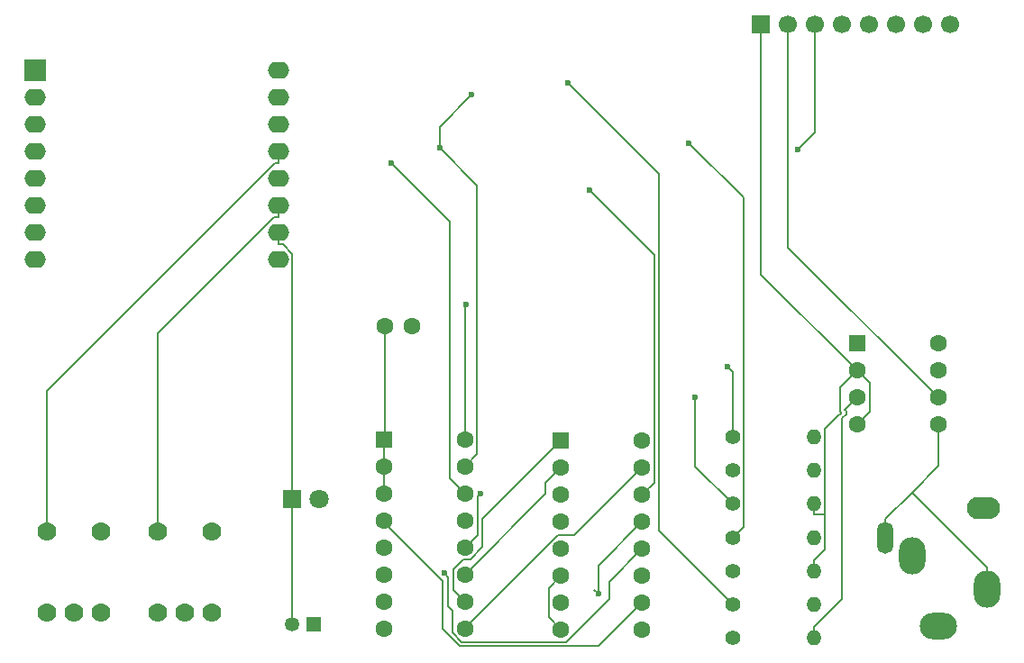
<source format=gbr>
%TF.GenerationSoftware,KiCad,Pcbnew,9.0.1*%
%TF.CreationDate,2026-01-18T13:51:58+01:00*%
%TF.ProjectId,SN76489 synth midi,534e3736-3438-4392-9073-796e7468206d,rev?*%
%TF.SameCoordinates,Original*%
%TF.FileFunction,Copper,L2,Bot*%
%TF.FilePolarity,Positive*%
%FSLAX46Y46*%
G04 Gerber Fmt 4.6, Leading zero omitted, Abs format (unit mm)*
G04 Created by KiCad (PCBNEW 9.0.1) date 2026-01-18 13:51:58*
%MOMM*%
%LPD*%
G01*
G04 APERTURE LIST*
G04 Aperture macros list*
%AMRoundRect*
0 Rectangle with rounded corners*
0 $1 Rounding radius*
0 $2 $3 $4 $5 $6 $7 $8 $9 X,Y pos of 4 corners*
0 Add a 4 corners polygon primitive as box body*
4,1,4,$2,$3,$4,$5,$6,$7,$8,$9,$2,$3,0*
0 Add four circle primitives for the rounded corners*
1,1,$1+$1,$2,$3*
1,1,$1+$1,$4,$5*
1,1,$1+$1,$6,$7*
1,1,$1+$1,$8,$9*
0 Add four rect primitives between the rounded corners*
20,1,$1+$1,$2,$3,$4,$5,0*
20,1,$1+$1,$4,$5,$6,$7,0*
20,1,$1+$1,$6,$7,$8,$9,0*
20,1,$1+$1,$8,$9,$2,$3,0*%
G04 Aperture macros list end*
%TA.AperFunction,ComponentPad*%
%ADD10R,1.800000X1.800000*%
%TD*%
%TA.AperFunction,ComponentPad*%
%ADD11C,1.800000*%
%TD*%
%TA.AperFunction,ComponentPad*%
%ADD12C,1.400000*%
%TD*%
%TA.AperFunction,ComponentPad*%
%ADD13O,1.400000X1.400000*%
%TD*%
%TA.AperFunction,ComponentPad*%
%ADD14RoundRect,0.250000X-0.550000X-0.550000X0.550000X-0.550000X0.550000X0.550000X-0.550000X0.550000X0*%
%TD*%
%TA.AperFunction,ComponentPad*%
%ADD15C,1.600000*%
%TD*%
%TA.AperFunction,ComponentPad*%
%ADD16C,1.778000*%
%TD*%
%TA.AperFunction,ComponentPad*%
%ADD17O,1.500000X3.000000*%
%TD*%
%TA.AperFunction,ComponentPad*%
%ADD18O,2.500000X3.500000*%
%TD*%
%TA.AperFunction,ComponentPad*%
%ADD19O,3.500000X2.500000*%
%TD*%
%TA.AperFunction,ComponentPad*%
%ADD20O,3.100000X2.100000*%
%TD*%
%TA.AperFunction,ComponentPad*%
%ADD21R,1.700000X1.700000*%
%TD*%
%TA.AperFunction,ComponentPad*%
%ADD22C,1.700000*%
%TD*%
%TA.AperFunction,ComponentPad*%
%ADD23R,1.350000X1.350000*%
%TD*%
%TA.AperFunction,ComponentPad*%
%ADD24C,1.350000*%
%TD*%
%TA.AperFunction,ComponentPad*%
%ADD25R,2.000000X2.000000*%
%TD*%
%TA.AperFunction,ComponentPad*%
%ADD26O,2.000000X1.600000*%
%TD*%
%TA.AperFunction,ViaPad*%
%ADD27C,0.600000*%
%TD*%
%TA.AperFunction,Conductor*%
%ADD28C,0.200000*%
%TD*%
G04 APERTURE END LIST*
D10*
%TO.P,D1,1,K*%
%TO.N,GND*%
X113538000Y-87376000D03*
D11*
%TO.P,D1,2,A*%
%TO.N,Net-(D1-A)*%
X116078000Y-87376000D03*
%TD*%
D12*
%TO.P,R2,1*%
%TO.N,GND*%
X154940000Y-84707000D03*
D13*
%TO.P,R2,2*%
%TO.N,/LM_AUDIO*%
X162560000Y-84707000D03*
%TD*%
D14*
%TO.P,U2,1,A0*%
%TO.N,GND*%
X122174000Y-81788000D03*
D15*
%TO.P,U2,2,A1*%
X122174000Y-84328000D03*
%TO.P,U2,3,A2*%
X122174000Y-86868000D03*
%TO.P,U2,4,P0*%
%TO.N,/P0*%
X122174000Y-89408000D03*
%TO.P,U2,5,P1*%
%TO.N,/P1*%
X122174000Y-91948000D03*
%TO.P,U2,6,P2*%
%TO.N,/P2*%
X122174000Y-94488000D03*
%TO.P,U2,7,P3*%
%TO.N,/P3*%
X122174000Y-97028000D03*
%TO.P,U2,8,GND*%
%TO.N,GND*%
X122174000Y-99568000D03*
%TO.P,U2,9,P4*%
%TO.N,/P4*%
X129794000Y-99568000D03*
%TO.P,U2,10,P5*%
%TO.N,/P5*%
X129794000Y-97028000D03*
%TO.P,U2,11,P6*%
%TO.N,/P6*%
X129794000Y-94488000D03*
%TO.P,U2,12,P7*%
%TO.N,/P7*%
X129794000Y-91948000D03*
%TO.P,U2,13,~{INT}*%
%TO.N,unconnected-(U2-~{INT}-Pad13)*%
X129794000Y-89408000D03*
%TO.P,U2,14,SCL*%
%TO.N,/SCL*%
X129794000Y-86868000D03*
%TO.P,U2,15,SDA*%
%TO.N,/SDA*%
X129794000Y-84328000D03*
%TO.P,U2,16,VDD*%
%TO.N,+3.3V*%
X129794000Y-81788000D03*
%TD*%
D12*
%TO.P,R1,1*%
%TO.N,Net-(R1-Pad1)*%
X154940000Y-81557000D03*
D13*
%TO.P,R1,2*%
%TO.N,Net-(R1-Pad2)*%
X162560000Y-81557000D03*
%TD*%
D16*
%TO.P,SW0\u002C9,1,A*%
%TO.N,Net-(SW0\u002C9-A)*%
X90551000Y-90424000D03*
%TO.P,SW0\u002C9,2,B*%
%TO.N,Net-(SW0\u002C9-B)*%
X95631000Y-90424000D03*
%TO.P,SW0\u002C9,3*%
%TO.N,N/C*%
X95631000Y-98044000D03*
%TO.P,SW0\u002C9,4*%
X93091000Y-98044000D03*
%TO.P,SW0\u002C9,5*%
X90551000Y-98044000D03*
%TD*%
D12*
%TO.P,R3,1*%
%TO.N,Net-(SW0\u002C9-B)*%
X154940000Y-87857000D03*
D13*
%TO.P,R3,2*%
%TO.N,GND*%
X162560000Y-87857000D03*
%TD*%
D17*
%TO.P,J1,R*%
%TO.N,/LM_AUDIO*%
X169291000Y-91059000D03*
D18*
%TO.P,J1,RN*%
%TO.N,N/C*%
X171791000Y-92759000D03*
D19*
%TO.P,J1,S*%
%TO.N,GND*%
X174291000Y-99359000D03*
D18*
%TO.P,J1,T*%
%TO.N,/LM_AUDIO*%
X178791000Y-95859000D03*
D20*
%TO.P,J1,TN*%
%TO.N,N/C*%
X178491000Y-88259000D03*
%TD*%
D14*
%TO.P,U4,1,D2*%
%TO.N,/P5*%
X138811000Y-81915000D03*
D15*
%TO.P,U4,2,D1*%
%TO.N,/P6*%
X138811000Y-84455000D03*
%TO.P,U4,3,D0*%
%TO.N,/P7*%
X138811000Y-86995000D03*
%TO.P,U4,4,READY*%
%TO.N,unconnected-(U4-READY-Pad4)*%
X138811000Y-89535000D03*
%TO.P,U4,5,~{WE}*%
%TO.N,/~{WE}*%
X138811000Y-92075000D03*
%TO.P,U4,6,~{OE}*%
%TO.N,GND*%
X138811000Y-94615000D03*
%TO.P,U4,7,AUDIO_OUT*%
%TO.N,/SN_AUDIO*%
X138811000Y-97155000D03*
%TO.P,U4,8,GND*%
%TO.N,GND*%
X138811000Y-99695000D03*
%TO.P,U4,9,N.C.*%
%TO.N,unconnected-(U4-N.C.-Pad9)*%
X146431000Y-99695000D03*
%TO.P,U4,10,D7*%
%TO.N,/P0*%
X146431000Y-97155000D03*
%TO.P,U4,11,D6*%
%TO.N,/P1*%
X146431000Y-94615000D03*
%TO.P,U4,12,D5*%
%TO.N,/P2*%
X146431000Y-92075000D03*
%TO.P,U4,13,D4*%
%TO.N,/P3*%
X146431000Y-89535000D03*
%TO.P,U4,14,CLOCK*%
%TO.N,/SN76489_CLK*%
X146431000Y-86995000D03*
%TO.P,U4,15,D3*%
%TO.N,/P4*%
X146431000Y-84455000D03*
%TO.P,U4,16,VCC*%
%TO.N,+3.3V*%
X146431000Y-81915000D03*
%TD*%
%TO.P,C1,1*%
%TO.N,Net-(U3-BYPASS)*%
X124801000Y-71120000D03*
%TO.P,C1,2*%
%TO.N,GND*%
X122301000Y-71120000D03*
%TD*%
D12*
%TO.P,R6,1*%
%TO.N,Net-(U5-D3)*%
X154940000Y-97307000D03*
D13*
%TO.P,R6,2*%
%TO.N,/~{WE}*%
X162560000Y-97307000D03*
%TD*%
D12*
%TO.P,R4,1*%
%TO.N,Net-(U5-D10)*%
X154940000Y-91007000D03*
D13*
%TO.P,R4,2*%
%TO.N,Net-(D1-A)*%
X162560000Y-91007000D03*
%TD*%
D21*
%TO.P,J2,1,Pin_1*%
%TO.N,GND*%
X157607000Y-42796000D03*
D22*
%TO.P,J2,2,Pin_2*%
%TO.N,+3.3V*%
X160147000Y-42796000D03*
%TO.P,J2,3,Pin_3*%
%TO.N,/SCL*%
X162687000Y-42796000D03*
%TO.P,J2,4,Pin_4*%
%TO.N,/SDA*%
X165227000Y-42796000D03*
%TO.P,J2,5*%
%TO.N,N/C*%
X167767000Y-42796000D03*
%TO.P,J2,6*%
X170307000Y-42796000D03*
%TO.P,J2,7*%
X172847000Y-42796000D03*
%TO.P,J2,8*%
X175387000Y-42796000D03*
%TD*%
D23*
%TO.P,J4,1,Pin_1*%
%TO.N,/SN_AUDIO*%
X115570000Y-99187000D03*
D24*
%TO.P,J4,2,Pin_2*%
%TO.N,GND*%
X113570000Y-99187000D03*
%TD*%
D25*
%TO.P,U5,1,EN*%
%TO.N,unconnected-(U5-EN-Pad1)*%
X89411000Y-47115000D03*
D26*
%TO.P,U5,2,D3*%
%TO.N,Net-(U5-D3)*%
X89411000Y-49655000D03*
%TO.P,U5,3,D2*%
%TO.N,/SDA*%
X89411000Y-52195000D03*
%TO.P,U5,4,D1*%
%TO.N,/SCL*%
X89411000Y-54735000D03*
%TO.P,U5,5,D0*%
%TO.N,/SN76489_CLK*%
X89411000Y-57275000D03*
%TO.P,U5,6,D4*%
%TO.N,unconnected-(U5-D4-Pad6)*%
X89411000Y-59815000D03*
%TO.P,U5,7,D5*%
%TO.N,unconnected-(U5-D5-Pad7)*%
X89411000Y-62355000D03*
%TO.P,U5,8,3V3*%
%TO.N,+3.3V*%
X89411000Y-64895000D03*
%TO.P,U5,9,VBus*%
%TO.N,unconnected-(U5-VBus-Pad9)*%
X112271000Y-64895000D03*
%TO.P,U5,10,GND*%
%TO.N,GND*%
X112271000Y-62355000D03*
%TO.P,U5,11,D6*%
%TO.N,Net-(SW0\u002C10-A)*%
X112271000Y-59815000D03*
%TO.P,U5,12,D7*%
%TO.N,unconnected-(U5-D7-Pad12)*%
X112271000Y-57275000D03*
%TO.P,U5,13,D8*%
%TO.N,Net-(SW0\u002C9-A)*%
X112271000Y-54735000D03*
%TO.P,U5,14,D10*%
%TO.N,Net-(U5-D10)*%
X112271000Y-52195000D03*
%TO.P,U5,15,RX*%
%TO.N,unconnected-(U5-RX-Pad15)*%
X112271000Y-49655000D03*
%TO.P,U5,16,TX*%
%TO.N,unconnected-(U5-TX-Pad16)*%
X112271000Y-47115000D03*
%TD*%
D16*
%TO.P,SW0\u002C10,1,A*%
%TO.N,Net-(SW0\u002C10-A)*%
X100965000Y-90424000D03*
%TO.P,SW0\u002C10,2,B*%
%TO.N,Net-(SW0\u002C10-B)*%
X106045000Y-90424000D03*
%TO.P,SW0\u002C10,3*%
%TO.N,N/C*%
X106045000Y-98044000D03*
%TO.P,SW0\u002C10,4*%
X103505000Y-98044000D03*
%TO.P,SW0\u002C10,5*%
X100965000Y-98044000D03*
%TD*%
D12*
%TO.P,R5,1*%
%TO.N,Net-(SW0\u002C10-B)*%
X154940000Y-94157000D03*
D13*
%TO.P,R5,2*%
%TO.N,GND*%
X162560000Y-94157000D03*
%TD*%
D12*
%TO.P,RV1,1,1*%
%TO.N,/SN_AUDIO*%
X154940000Y-100457000D03*
D13*
%TO.P,RV1,2,2*%
%TO.N,Net-(U3-+)*%
X162560000Y-100457000D03*
%TD*%
D14*
%TO.P,U3,1,GAIN*%
%TO.N,Net-(R1-Pad1)*%
X166624000Y-72771000D03*
D15*
%TO.P,U3,2,-*%
%TO.N,GND*%
X166624000Y-75311000D03*
%TO.P,U3,3,+*%
%TO.N,Net-(U3-+)*%
X166624000Y-77851000D03*
%TO.P,U3,4,GND*%
%TO.N,GND*%
X166624000Y-80391000D03*
%TO.P,U3,5*%
%TO.N,/LM_AUDIO*%
X174244000Y-80391000D03*
%TO.P,U3,6,V+*%
%TO.N,+3.3V*%
X174244000Y-77851000D03*
%TO.P,U3,7,BYPASS*%
%TO.N,Net-(U3-BYPASS)*%
X174244000Y-75311000D03*
%TO.P,U3,8,GAIN*%
%TO.N,Net-(R1-Pad2)*%
X174244000Y-72771000D03*
%TD*%
D27*
%TO.N,Net-(R1-Pad1)*%
X154404500Y-74937600D03*
%TO.N,Net-(SW0\u002C9-B)*%
X151426800Y-77866300D03*
%TO.N,Net-(U5-D10)*%
X150807900Y-53945400D03*
%TO.N,Net-(U5-D3)*%
X139435200Y-48271700D03*
%TO.N,/SN76489_CLK*%
X141493600Y-58376700D03*
%TO.N,/SCL*%
X122845200Y-55836700D03*
X161083200Y-54523700D03*
%TO.N,/SDA*%
X127443600Y-54401800D03*
X130441500Y-49403400D03*
%TO.N,+3.3V*%
X129877300Y-69091200D03*
%TO.N,/P2*%
X127850500Y-94389000D03*
%TO.N,/P7*%
X131267200Y-86863500D03*
%TO.N,/P3*%
X142311000Y-96306500D03*
%TD*%
D28*
%TO.N,Net-(R1-Pad1)*%
X154404500Y-74937600D02*
X154940000Y-75473100D01*
X154940000Y-75473100D02*
X154940000Y-81557000D01*
%TO.N,/LM_AUDIO*%
X174244000Y-84304300D02*
X171766000Y-86782300D01*
X171766000Y-86782300D02*
X169291000Y-89257300D01*
X174244000Y-80391000D02*
X174244000Y-84304300D01*
X171766000Y-86782300D02*
X178791000Y-93807300D01*
X169291000Y-91059000D02*
X169291000Y-89257300D01*
X178791000Y-95859000D02*
X178791000Y-93807300D01*
%TO.N,GND*%
X165066800Y-79408200D02*
X164925400Y-79408200D01*
X113538000Y-86775100D02*
X113570000Y-86807100D01*
X113572700Y-64345300D02*
X113572700Y-86139600D01*
X166624000Y-75311000D02*
X167793800Y-76480800D01*
X113538000Y-87376000D02*
X113538000Y-86775100D01*
X167793800Y-76480800D02*
X167793800Y-79221200D01*
X165042800Y-79149400D02*
X165142900Y-79249500D01*
X113570000Y-86807100D02*
X113570000Y-99187000D01*
X122301000Y-71120000D02*
X122301000Y-81661000D01*
X165042800Y-76892200D02*
X165042800Y-79149400D01*
X164925400Y-79408200D02*
X163567700Y-80765900D01*
X137641200Y-95784800D02*
X138811000Y-94615000D01*
X113572700Y-86139600D02*
X113538000Y-86174300D01*
X162560000Y-88858700D02*
X163567700Y-88858700D01*
X138811000Y-99695000D02*
X137641200Y-98525200D01*
X162560000Y-94157000D02*
X162560000Y-93155300D01*
X163567700Y-88858700D02*
X163567700Y-92147600D01*
X162560000Y-87857000D02*
X162560000Y-88858700D01*
X163567700Y-92147600D02*
X162560000Y-93155300D01*
X166624000Y-75311000D02*
X165042800Y-76892200D01*
X137641200Y-98525200D02*
X137641200Y-95784800D01*
X112271000Y-62355000D02*
X112271000Y-63456700D01*
X157607000Y-66294000D02*
X166624000Y-75311000D01*
X112684100Y-63456700D02*
X113572700Y-64345300D01*
X163567700Y-80765900D02*
X163567700Y-88858700D01*
X165142900Y-79332100D02*
X165066800Y-79408200D01*
X112271000Y-63456700D02*
X112684100Y-63456700D01*
X157607000Y-42796000D02*
X157607000Y-66294000D01*
X113538000Y-86775100D02*
X113538000Y-86174300D01*
X165142900Y-79249500D02*
X165142900Y-79332100D01*
X122301000Y-81661000D02*
X122174000Y-81788000D01*
X122174000Y-81788000D02*
X122174000Y-84328000D01*
X122174000Y-86868000D02*
X122174000Y-84328000D01*
X167793800Y-79221200D02*
X166624000Y-80391000D01*
%TO.N,Net-(SW0\u002C9-B)*%
X151426800Y-84343800D02*
X154940000Y-87857000D01*
X151426800Y-77866300D02*
X151426800Y-84343800D01*
%TO.N,Net-(U5-D10)*%
X155943200Y-59080700D02*
X155943200Y-90003800D01*
X155943200Y-90003800D02*
X154940000Y-91007000D01*
X150807900Y-53945400D02*
X155943200Y-59080700D01*
%TO.N,Net-(U5-D3)*%
X154940000Y-97307000D02*
X147982500Y-90349500D01*
X147982500Y-90349500D02*
X147982500Y-56819000D01*
X147982500Y-56819000D02*
X139435200Y-48271700D01*
%TO.N,Net-(U3-+)*%
X165233100Y-79809900D02*
X165585900Y-79457100D01*
X165184200Y-96831100D02*
X165184200Y-79809900D01*
X162560000Y-100457000D02*
X162560000Y-99455300D01*
X165585900Y-79457100D02*
X165585900Y-79124500D01*
X165184200Y-79809900D02*
X165233100Y-79809900D01*
X165585900Y-79124500D02*
X165468200Y-79006800D01*
X165468200Y-79006800D02*
X166624000Y-77851000D01*
X162560000Y-99455300D02*
X165184200Y-96831100D01*
%TO.N,/SN76489_CLK*%
X147580800Y-64463900D02*
X147580800Y-85845200D01*
X141493600Y-58376700D02*
X147580800Y-64463900D01*
X147580800Y-85845200D02*
X146431000Y-86995000D01*
%TO.N,/SCL*%
X162687000Y-52919900D02*
X162687000Y-42796000D01*
X122845200Y-55836700D02*
X128354200Y-61345700D01*
X128354200Y-61345700D02*
X128354200Y-85428200D01*
X128354200Y-85428200D02*
X129794000Y-86868000D01*
X161083200Y-54523700D02*
X162687000Y-52919900D01*
%TO.N,/SDA*%
X130441500Y-49403400D02*
X127443600Y-52401300D01*
X130947300Y-83174700D02*
X130947300Y-57905500D01*
X129794000Y-84328000D02*
X130947300Y-83174700D01*
X130947300Y-57905500D02*
X127443600Y-54401800D01*
X127443600Y-52401300D02*
X127443600Y-54401800D01*
%TO.N,Net-(SW0\u002C10-A)*%
X112271000Y-60916700D02*
X111857900Y-60916700D01*
X111857900Y-60916700D02*
X100965000Y-71809600D01*
X112271000Y-59815000D02*
X112271000Y-60916700D01*
X100965000Y-71809600D02*
X100965000Y-90424000D01*
%TO.N,Net-(SW0\u002C9-A)*%
X90551000Y-77228400D02*
X111942700Y-55836700D01*
X112271000Y-54735000D02*
X112271000Y-55836700D01*
X90551000Y-90424000D02*
X90551000Y-77228400D01*
X111942700Y-55836700D02*
X112271000Y-55836700D01*
%TO.N,+3.3V*%
X129794000Y-81788000D02*
X129794000Y-69174500D01*
X174244000Y-77851000D02*
X160147000Y-63754000D01*
X129794000Y-69174500D02*
X129877300Y-69091200D01*
X160147000Y-63754000D02*
X160147000Y-42796000D01*
%TO.N,/P2*%
X128212600Y-94751100D02*
X127850500Y-94389000D01*
X129463900Y-100826500D02*
X128589400Y-99952000D01*
X128589400Y-99952000D02*
X128589400Y-97887800D01*
X143321000Y-96765600D02*
X139260100Y-100826500D01*
X139260100Y-100826500D02*
X129463900Y-100826500D01*
X146431000Y-92075000D02*
X143321000Y-95185000D01*
X128212600Y-97511000D02*
X128212600Y-94751100D01*
X143321000Y-95185000D02*
X143321000Y-96765600D01*
X128589400Y-97887800D02*
X128212600Y-97511000D01*
%TO.N,/P6*%
X137371200Y-85894800D02*
X138811000Y-84455000D01*
X129794000Y-94488000D02*
X137371200Y-86910800D01*
X137371200Y-86910800D02*
X137371200Y-85894800D01*
%TO.N,/P0*%
X122174000Y-89563300D02*
X127683000Y-95072300D01*
X127683000Y-95072300D02*
X127683000Y-99613600D01*
X142357800Y-101228200D02*
X146431000Y-97155000D01*
X129297600Y-101228200D02*
X142357800Y-101228200D01*
X127683000Y-99613600D02*
X129297600Y-101228200D01*
X122174000Y-89408000D02*
X122174000Y-89563300D01*
%TO.N,/P7*%
X130992600Y-87138100D02*
X131267200Y-86863500D01*
X129794000Y-91948000D02*
X130992600Y-90749400D01*
X130992600Y-90749400D02*
X130992600Y-87138100D01*
%TO.N,/P4*%
X140081000Y-90805000D02*
X138492900Y-90805000D01*
X138492900Y-90805000D02*
X129794000Y-99503900D01*
X129794000Y-99503900D02*
X129794000Y-99568000D01*
X146431000Y-84455000D02*
X140081000Y-90805000D01*
%TO.N,/P5*%
X128682300Y-95916300D02*
X128682300Y-94023800D01*
X130282100Y-93049700D02*
X131452700Y-91879100D01*
X129656400Y-93049700D02*
X130282100Y-93049700D01*
X131452700Y-91879100D02*
X131452700Y-89273300D01*
X131452700Y-89273300D02*
X138811000Y-81915000D01*
X128682300Y-94023800D02*
X129656400Y-93049700D01*
X129794000Y-97028000D02*
X128682300Y-95916300D01*
%TO.N,/P3*%
X141923000Y-95918500D02*
X142311000Y-96306500D01*
X142311000Y-96306500D02*
X141923000Y-95918500D01*
X142311000Y-93655000D02*
X146431000Y-89535000D01*
X142311000Y-96306500D02*
X142311000Y-93655000D01*
%TD*%
M02*

</source>
